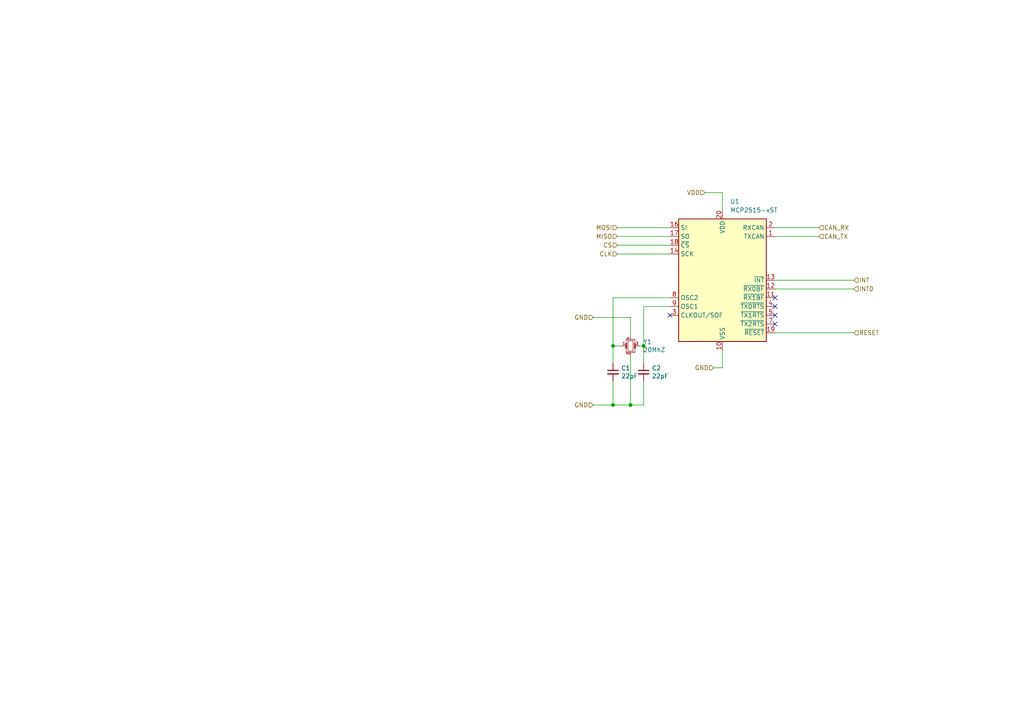
<source format=kicad_sch>
(kicad_sch (version 20230121) (generator eeschema)
  (paper "A4")
  (lib_symbols
    (symbol "Device:C_Small" (pin_numbers hide) (pin_names (offset 0.254) hide)
      (property "Reference" "C" (at 0.254 1.778 0))
      (property "Value" "C_Small" (at 0.254 -2.032 0))
      (symbol "C_Small_0_1"
        (polyline (pts (xy -1.524 -0.508) (xy 1.524 -0.508)) (stroke (width 0.3302)))
        (polyline (pts (xy -1.524 0.508) (xy 1.524 0.508)) (stroke (width 0.3048)))
      )
      (symbol "C_Small_1_1"
        (pin passive line (at 0 2.54 270) (length 2.032) (name "~") (number "1"))
        (pin passive line (at 0 -2.54 90) (length 2.032) (name "~") (number "2"))
      )
    )
    (symbol "Device:Crystal_GND24_Small" (pin_names (offset 1.016) hide)
      (property "Reference" "Y" (at 1.27 4.445 0))
      (property "Value" "Crystal_GND24_Small" (at 1.27 2.54 0))
      (symbol "Crystal_GND24_Small_0_1"
        (rectangle (start -0.762 -1.524) (end 0.762 1.524))
        (polyline (pts (xy -1.27 -0.762) (xy -1.27 0.762)) (stroke (width 0.381)))
        (polyline (pts (xy 1.27 -0.762) (xy 1.27 0.762)) (stroke (width 0.381)))
        (polyline (pts (xy -1.27 -1.27) (xy -1.27 -1.905) (xy 1.27 -1.905) (xy 1.27 -1.27)))
        (polyline (pts (xy -1.27 1.27) (xy -1.27 1.905) (xy 1.27 1.905) (xy 1.27 1.27)))
      )
      (symbol "Crystal_GND24_Small_1_1"
        (pin passive line (at -2.54 0 0) (length 1.27) (name "1") (number "1"))
        (pin passive line (at 0 -2.54 90) (length 0.635) (name "2") (number "2"))
        (pin passive line (at 2.54 0 180) (length 1.27) (name "3") (number "3"))
        (pin passive line (at 0 2.54 270) (length 0.635) (name "4") (number "4"))
      )
    )
    (symbol "Interface_CAN_LIN:MCP2515-xST"
      (property "Reference" "U" (at -10.16 19.685 0))
      (property "Value" "MCP2515-xST" (at 19.05 20.32 0))
      (symbol "MCP2515-xST_0_1"
        (rectangle (start -12.7 17.78) (end 12.7 -17.78) (stroke (width 0.254)) (fill (type background)))
      )
      (symbol "MCP2515-xST_1_1"
        (pin output line (at 15.24 12.7 180) (length 2.54) (name "TXCAN") (number "1"))
        (pin power_in line (at 0 -20.32 90) (length 2.54) (name "VSS") (number "10"))
        (pin output line (at 15.24 -5.08 180) (length 2.54) (name "~{RX1BF}") (number "11"))
        (pin output line (at 15.24 -2.54 180) (length 2.54) (name "~{RX0BF}") (number "12"))
        (pin output line (at 15.24 0 180) (length 2.54) (name "~{INT}") (number "13"))
        (pin input line (at -15.24 7.62 0) (length 2.54) (name "SCK") (number "14"))
        (pin no_connect line (at -12.7 -2.54 0) (length 2.54) hide (name "NC") (number "15"))
        (pin input line (at -15.24 15.24 0) (length 2.54) (name "SI") (number "16"))
        (pin output line (at -15.24 12.7 0) (length 2.54) (name "SO") (number "17"))
        (pin input line (at -15.24 10.16 0) (length 2.54) (name "~{CS}") (number "18"))
        (pin input line (at 15.24 -15.24 180) (length 2.54) (name "~{RESET}") (number "19"))
        (pin input line (at 15.24 15.24 180) (length 2.54) (name "RXCAN") (number "2"))
        (pin power_in line (at 0 20.32 270) (length 2.54) (name "VDD") (number "20"))
        (pin output line (at -15.24 -10.16 0) (length 2.54) (name "CLKOUT/SOF") (number "3"))
        (pin input line (at 15.24 -7.62 180) (length 2.54) (name "~{TX0RTS}") (number "4"))
        (pin input line (at 15.24 -10.16 180) (length 2.54) (name "~{TX1RTS}") (number "5"))
        (pin no_connect line (at -12.7 0 0) (length 2.54) hide (name "NC") (number "6"))
        (pin input line (at 15.24 -12.7 180) (length 2.54) (name "~{TX2RTS}") (number "7"))
        (pin output line (at -15.24 -5.08 0) (length 2.54) (name "OSC2") (number "8"))
        (pin input line (at -15.24 -7.62 0) (length 2.54) (name "OSC1") (number "9"))
      )
    )
  )
  (junction (at 186.69 100.33))
  (junction (at 177.8 117.475))
  (junction (at 182.88 117.475))
  (junction (at 177.8 100.33))
  (no_connect (at 224.79 86.36))
  (no_connect (at 194.31 91.44))
  (no_connect (at 224.79 88.9))
  (no_connect (at 224.79 93.98))
  (no_connect (at 224.79 91.44))
  (wire (pts (xy 237.49 68.58) (xy 224.79 68.58)))
  (wire (pts (xy 182.88 102.87) (xy 182.88 117.475)))
  (wire (pts (xy 172.085 117.475) (xy 177.8 117.475)))
  (wire (pts (xy 209.55 55.88) (xy 209.55 60.96)))
  (wire (pts (xy 224.79 83.82) (xy 247.65 83.82)))
  (wire (pts (xy 194.31 71.12) (xy 179.07 71.12)))
  (wire (pts (xy 172.085 92.075) (xy 182.88 92.075)))
  (wire (pts (xy 224.79 81.28) (xy 247.65 81.28)))
  (wire (pts (xy 185.42 100.33) (xy 186.69 100.33)))
  (wire (pts (xy 177.8 100.33) (xy 177.8 86.36)))
  (wire (pts (xy 224.79 96.52) (xy 247.65 96.52)))
  (wire (pts (xy 177.8 117.475) (xy 182.88 117.475)))
  (wire (pts (xy 179.07 73.66) (xy 194.31 73.66)))
  (wire (pts (xy 186.69 117.475) (xy 186.69 110.49)))
  (wire (pts (xy 186.69 88.9) (xy 194.31 88.9)))
  (wire (pts (xy 209.55 106.68) (xy 209.55 101.6)))
  (wire (pts (xy 177.8 105.41) (xy 177.8 100.33)))
  (wire (pts (xy 180.34 100.33) (xy 177.8 100.33)))
  (wire (pts (xy 177.8 110.49) (xy 177.8 117.475)))
  (wire (pts (xy 179.07 68.58) (xy 194.31 68.58)))
  (wire (pts (xy 186.69 88.9) (xy 186.69 100.33)))
  (wire (pts (xy 182.88 92.075) (xy 182.88 97.79)))
  (wire (pts (xy 177.8 86.36) (xy 194.31 86.36)))
  (wire (pts (xy 194.31 66.04) (xy 179.07 66.04)))
  (wire (pts (xy 224.79 66.04) (xy 237.49 66.04)))
  (wire (pts (xy 182.88 117.475) (xy 186.69 117.475)))
  (wire (pts (xy 207.01 106.68) (xy 209.55 106.68)))
  (wire (pts (xy 186.69 105.41) (xy 186.69 100.33)))
  (wire (pts (xy 209.55 55.88) (xy 204.47 55.88)))
  (hierarchical_label "VDD" (shape input) (at 204.47 55.88 180))
  (hierarchical_label "CAN_TX" (shape input) (at 237.49 68.58 0))
  (hierarchical_label "GND" (shape input) (at 172.085 92.075 180))
  (hierarchical_label "CS" (shape input) (at 179.07 71.12 180))
  (hierarchical_label "CLK" (shape input) (at 179.07 73.66 180))
  (hierarchical_label "RESET" (shape input) (at 247.65 96.52 0))
  (hierarchical_label "CAN_RX" (shape input) (at 237.49 66.04 0))
  (hierarchical_label "INT0" (shape input) (at 247.65 83.82 0))
  (hierarchical_label "GND" (shape input) (at 172.085 117.475 180))
  (hierarchical_label "INT" (shape input) (at 247.65 81.28 0))
  (hierarchical_label "MOSI" (shape input) (at 179.07 66.04 180))
  (hierarchical_label "MISO" (shape input) (at 179.07 68.58 180))
  (hierarchical_label "GND" (shape input) (at 207.01 106.68 180))
  (symbol (lib_id "Device:Crystal_GND24_Small") (at 182.88 100.33 0) (unit 1)
    (property "Reference" "Y1" (at 186.5376 99.1616 0) (effects (justify left)))
    (property "Value" "20MhZ" (at 186.5376 101.473 0) (effects (justify left)))
    (property "Footprint" "Crystal:Crystal_SMD_Abracon_ABM8G-4Pin_3.2x2.5mm" (effects hide))
    (property "MPN" "ECS-200-18-33-JGN-TR" (effects hide))
  )
  (symbol (lib_id "Device:C_Small") (at 177.8 107.95 0) (unit 1)
    (property "Reference" "C1" (at 180.1368 106.7816 0) (effects (justify left)))
    (property "Value" "22pF" (at 180.1368 109.093 0) (effects (justify left)))
    (property "Footprint" "Capacitor_SMD:C_0603_1608Metric" (effects hide))
    (property "Voltage" "6.3V" (effects hide))
  )
  (symbol (lib_id "Device:C_Small") (at 186.69 107.95 0) (mirror y) (unit 1)
    (property "Reference" "C2" (at 189.0268 106.7816 0) (effects (justify right)))
    (property "Value" "22pF" (at 189.0268 109.093 0) (effects (justify right)))
    (property "Footprint" "Capacitor_SMD:C_0603_1608Metric" (effects hide))
    (property "Voltage" "6.3V" (effects hide))
  )
  (symbol (lib_id "Interface_CAN_LIN:MCP2515-xST") (at 209.55 81.28 0) (unit 1)
    (property "Reference" "U1" (at 211.7441 58.42 0) (effects (justify left)))
    (property "Value" "MCP2515-xST" (at 211.7441 60.96 0) (effects (justify left)))
    (property "Footprint" "Package_SO:TSSOP-20_4.4x6.5mm_P0.65mm" (effects hide))
    (property "Datasheet" "http://ww1.microchip.com/downloads/en/DeviceDoc/21801e.pdf" (effects hide))
  )
)
</source>
